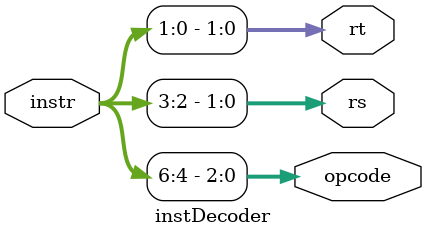
<source format=sv>

module instDecoder(instr, opcode, rs, rt);
	input  logic [7:0]instr;
	output logic [2:0]opcode;
	output logic [1:0]rs;
	output logic [1:0]rt;
	
	assign opcode = instr[7:4];
	assign rs = instr[3:2];
	assign rt = instr[1:0];
	
endmodule
	
</source>
